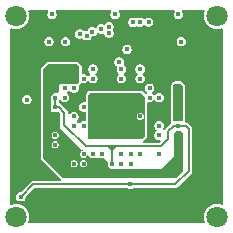
<source format=gbr>
%TF.GenerationSoftware,KiCad,Pcbnew,9.0.2*%
%TF.CreationDate,2025-10-20T10:27:04+08:00*%
%TF.ProjectId,IMX415,494d5834-3135-42e6-9b69-6361645f7063,rev?*%
%TF.SameCoordinates,Original*%
%TF.FileFunction,Copper,L3,Inr*%
%TF.FilePolarity,Positive*%
%FSLAX46Y46*%
G04 Gerber Fmt 4.6, Leading zero omitted, Abs format (unit mm)*
G04 Created by KiCad (PCBNEW 9.0.2) date 2025-10-20 10:27:04*
%MOMM*%
%LPD*%
G01*
G04 APERTURE LIST*
%TA.AperFunction,ComponentPad*%
%ADD10C,1.800000*%
%TD*%
%TA.AperFunction,ViaPad*%
%ADD11C,0.400000*%
%TD*%
%TA.AperFunction,Conductor*%
%ADD12C,0.200000*%
%TD*%
%TA.AperFunction,Conductor*%
%ADD13C,0.156500*%
%TD*%
G04 APERTURE END LIST*
D10*
%TO.N,*%
%TO.C,J1*%
X154753700Y-101950271D03*
X154753700Y-118950271D03*
X171753700Y-101950271D03*
X171753700Y-118950271D03*
%TD*%
D11*
%TO.N,GND*%
X158928700Y-104125000D03*
X165960000Y-102460000D03*
%TO.N,VCC*%
X155230000Y-112880000D03*
X154810000Y-113270000D03*
X171250000Y-114640000D03*
X171160000Y-113990000D03*
X170780000Y-117160000D03*
X170780000Y-115260000D03*
X155140001Y-113969999D03*
X161500000Y-102500000D03*
X161000000Y-102500000D03*
X160500000Y-102500000D03*
X160000000Y-102500000D03*
X159500000Y-102500000D03*
X159000000Y-102500000D03*
%TO.N,/SCL*%
X160130000Y-103475000D03*
%TO.N,/XCLR*%
X161191200Y-103278800D03*
%TO.N,GND*%
X159653701Y-110450271D03*
X166853700Y-112050271D03*
%TO.N,/INCK*%
X155655000Y-109025000D03*
%TO.N,/SDA*%
X160725000Y-103620000D03*
%TO.N,AVDD*%
X161253700Y-109650271D03*
X161253701Y-108850272D03*
X165253700Y-112050271D03*
X165253700Y-111250271D03*
X165253700Y-109650271D03*
X161253700Y-110450271D03*
%TO.N,GND*%
X166853700Y-111250271D03*
X164130000Y-104770000D03*
X168478700Y-101815000D03*
X160453701Y-109650272D03*
X163470000Y-105850000D03*
X160453700Y-111250270D03*
X159653700Y-108050271D03*
X161253700Y-113650271D03*
X163128700Y-101815000D03*
X166853700Y-108850271D03*
X166853700Y-113650271D03*
X157778700Y-101815000D03*
X160453700Y-107250271D03*
X161930000Y-103030000D03*
X158853700Y-108850271D03*
X165253701Y-110450271D03*
X166053700Y-108850271D03*
X158053700Y-112050271D03*
X160453700Y-113650271D03*
X159653700Y-111250271D03*
X162053700Y-113650271D03*
X168728700Y-104114999D03*
X166053700Y-108050271D03*
X157528700Y-104114999D03*
X158853700Y-108050271D03*
%TO.N,OVDD*%
X162853700Y-114450271D03*
X158053700Y-108850271D03*
X158053701Y-109650271D03*
X168453700Y-111250271D03*
X155150000Y-117250000D03*
X164430000Y-116209999D03*
%TO.N,DVDD*%
X168453700Y-109650271D03*
X158053700Y-111250271D03*
X158053700Y-108050271D03*
X168453700Y-108050271D03*
X168453700Y-112050271D03*
X168453700Y-108850271D03*
X158053700Y-110450271D03*
X168453700Y-112850271D03*
X168453700Y-110450271D03*
X159653700Y-106450272D03*
X162053700Y-114450271D03*
%TO.N,Net-(U1A-VRLRS)*%
X159653700Y-114450272D03*
%TO.N,Net-(U1A-VRHT)*%
X158053700Y-112850271D03*
%TO.N,Net-(U1A-VRLT)*%
X160453700Y-114450271D03*
%TO.N,/SDA*%
X164453700Y-114450271D03*
%TO.N,/SCL*%
X165253700Y-113650271D03*
%TO.N,/DMO2N*%
X165253700Y-107250271D03*
%TO.N,/DMO3P*%
X161253700Y-107250271D03*
%TO.N,/DCKP*%
X163653700Y-107250272D03*
%TO.N,/DCKN*%
X163653701Y-106450272D03*
%TO.N,/DMO3N*%
X161253700Y-106450270D03*
%TO.N,GND*%
X163653700Y-113650271D03*
%TO.N,/DMO1N*%
X162610000Y-103395000D03*
%TO.N,/DMO4N*%
X164653700Y-102477645D03*
%TO.N,/DMO4P*%
X165203700Y-102477645D03*
%TO.N,/DMO1P*%
X162610000Y-102845000D03*
%TO.N,/XCLR*%
X163653700Y-114450271D03*
%TO.N,/DMO2P*%
X165253700Y-106450270D03*
%TO.N,GND*%
X164453700Y-113650271D03*
%TD*%
D12*
%TO.N,OVDD*%
X160680000Y-112990000D02*
X162510000Y-112990000D01*
X162510000Y-112990000D02*
X162830000Y-112990000D01*
X162830000Y-112990000D02*
X163180000Y-112990000D01*
X162853700Y-113333700D02*
X162853700Y-113316300D01*
X158360271Y-109650271D02*
X158840000Y-110130000D01*
X168089729Y-111250271D02*
X168453700Y-111250271D01*
X168210001Y-116209999D02*
X164430000Y-116209999D01*
X162853700Y-113316300D02*
X162853700Y-113013700D01*
X167620000Y-111720000D02*
X168089729Y-111250271D01*
D13*
X156190001Y-116209999D02*
X155150000Y-117250000D01*
D12*
X162853700Y-113316300D02*
X163180000Y-112990000D01*
X167620000Y-112390000D02*
X167620000Y-111720000D01*
X162853700Y-114450271D02*
X162853700Y-113333700D01*
X158840000Y-111150000D02*
X160680000Y-112990000D01*
D13*
X164430000Y-116209999D02*
X156190001Y-116209999D01*
D12*
X169370000Y-115050000D02*
X168210001Y-116209999D01*
X167020000Y-112990000D02*
X167620000Y-112390000D01*
X158840000Y-110130000D02*
X158840000Y-111150000D01*
X163180000Y-112990000D02*
X167020000Y-112990000D01*
X169110271Y-111250271D02*
X169370000Y-111510000D01*
X162510000Y-112990000D02*
X162853700Y-113333700D01*
X168453700Y-111250271D02*
X169110271Y-111250271D01*
X158053701Y-109650271D02*
X158360271Y-109650271D01*
X158053700Y-108850271D02*
X158053701Y-109650271D01*
X162853700Y-113013700D02*
X162830000Y-112990000D01*
X169370000Y-111510000D02*
X169370000Y-115050000D01*
%TD*%
%TA.AperFunction,Conductor*%
%TO.N,DVDD*%
G36*
X168651674Y-107691674D02*
G01*
X168858326Y-107898326D01*
X168880000Y-107950652D01*
X168880000Y-110719348D01*
X168858326Y-110771674D01*
X168801674Y-110828326D01*
X168749348Y-110850000D01*
X168114000Y-110850000D01*
X168061674Y-110828326D01*
X168040000Y-110776000D01*
X168040000Y-107880652D01*
X168061674Y-107828326D01*
X168198326Y-107691674D01*
X168250652Y-107670000D01*
X168599348Y-107670000D01*
X168651674Y-107691674D01*
G37*
%TD.AperFunction*%
%TD*%
%TA.AperFunction,Conductor*%
%TO.N,AVDD*%
G36*
X165334352Y-108484352D02*
G01*
X165645648Y-108795648D01*
X165660000Y-108830296D01*
X165660000Y-112069704D01*
X165645648Y-112104352D01*
X165364352Y-112385648D01*
X165329704Y-112400000D01*
X160990296Y-112400000D01*
X160955648Y-112385648D01*
X160874352Y-112304352D01*
X160860000Y-112269704D01*
X160860000Y-110410707D01*
X164953201Y-110410707D01*
X164953201Y-110489834D01*
X164973680Y-110566260D01*
X164973680Y-110566262D01*
X165013241Y-110634782D01*
X165069190Y-110690731D01*
X165137712Y-110730292D01*
X165173179Y-110739795D01*
X165214137Y-110750771D01*
X165214139Y-110750771D01*
X165293265Y-110750771D01*
X165319931Y-110743625D01*
X165369690Y-110730292D01*
X165438212Y-110690731D01*
X165494161Y-110634782D01*
X165533722Y-110566260D01*
X165554201Y-110489833D01*
X165554201Y-110410709D01*
X165554201Y-110410707D01*
X165545544Y-110378405D01*
X165533722Y-110334282D01*
X165533721Y-110334280D01*
X165533721Y-110334279D01*
X165494160Y-110265759D01*
X165438212Y-110209811D01*
X165369691Y-110170250D01*
X165293265Y-110149771D01*
X165293263Y-110149771D01*
X165214139Y-110149771D01*
X165214137Y-110149771D01*
X165137711Y-110170250D01*
X165137709Y-110170250D01*
X165069189Y-110209811D01*
X165069189Y-110209812D01*
X165013242Y-110265759D01*
X165013241Y-110265759D01*
X164973680Y-110334279D01*
X164973680Y-110334281D01*
X164953201Y-110410707D01*
X160860000Y-110410707D01*
X160860000Y-108660296D01*
X160874352Y-108625648D01*
X161015648Y-108484352D01*
X161050296Y-108470000D01*
X165299704Y-108470000D01*
X165334352Y-108484352D01*
G37*
%TD.AperFunction*%
%TD*%
%TA.AperFunction,Conductor*%
%TO.N,DVDD*%
G36*
X159871674Y-106031674D02*
G01*
X160078326Y-106238326D01*
X160100000Y-106290652D01*
X160100000Y-107489348D01*
X160078326Y-107541674D01*
X159951674Y-107668326D01*
X159899348Y-107690000D01*
X158450000Y-107690000D01*
X158360000Y-107780000D01*
X158360000Y-108239348D01*
X158347304Y-108270000D01*
X157490000Y-108270000D01*
X157040000Y-107820000D01*
X157040000Y-106450652D01*
X157061674Y-106398326D01*
X157428326Y-106031674D01*
X157480652Y-106010000D01*
X159819348Y-106010000D01*
X159871674Y-106031674D01*
G37*
%TD.AperFunction*%
%TD*%
%TA.AperFunction,Conductor*%
%TO.N,DVDD*%
G36*
X158360000Y-107780000D02*
G01*
X158360000Y-108239348D01*
X158338326Y-108291674D01*
X158201674Y-108428326D01*
X158149348Y-108450000D01*
X157920000Y-108450000D01*
X157690000Y-108680000D01*
X157690000Y-110190000D01*
X157040000Y-110190000D01*
X157040000Y-107820000D01*
X157250000Y-107610000D01*
X158190000Y-107610000D01*
X158360000Y-107780000D01*
G37*
%TD.AperFunction*%
%TD*%
%TA.AperFunction,Conductor*%
%TO.N,DVDD*%
G36*
X158384352Y-110064352D02*
G01*
X158445648Y-110125648D01*
X158460000Y-110160296D01*
X158460000Y-111390000D01*
X160358568Y-113288568D01*
X160372920Y-113323216D01*
X160358568Y-113357864D01*
X160340401Y-113368358D01*
X160340676Y-113369022D01*
X160337708Y-113370250D01*
X160269188Y-113409811D01*
X160269188Y-113409812D01*
X160213241Y-113465759D01*
X160213240Y-113465759D01*
X160173679Y-113534279D01*
X160173679Y-113534281D01*
X160153200Y-113610707D01*
X160153200Y-113689834D01*
X160173679Y-113766260D01*
X160173679Y-113766262D01*
X160213240Y-113834782D01*
X160269189Y-113890731D01*
X160337711Y-113930292D01*
X160373178Y-113939795D01*
X160414136Y-113950771D01*
X160414138Y-113950771D01*
X160493264Y-113950771D01*
X160519930Y-113943625D01*
X160569689Y-113930292D01*
X160638211Y-113890731D01*
X160694160Y-113834782D01*
X160733721Y-113766260D01*
X160733721Y-113766258D01*
X160734949Y-113763295D01*
X160736164Y-113763798D01*
X160756248Y-113737618D01*
X160793430Y-113732718D01*
X160815402Y-113745402D01*
X161080000Y-114010000D01*
X162199704Y-114010000D01*
X162234352Y-114024352D01*
X162475648Y-114265648D01*
X162490000Y-114300296D01*
X162490000Y-114670000D01*
X162690000Y-114870000D01*
X167009999Y-114870000D01*
X167010000Y-114870000D01*
X168080000Y-113800000D01*
X168080000Y-111900296D01*
X168094352Y-111865648D01*
X168225648Y-111734352D01*
X168260296Y-111720000D01*
X168679704Y-111720000D01*
X168714352Y-111734352D01*
X168845648Y-111865648D01*
X168860000Y-111900296D01*
X168860000Y-115019704D01*
X168845648Y-115054352D01*
X168274352Y-115625648D01*
X168239704Y-115640000D01*
X158720296Y-115640000D01*
X158685648Y-115625648D01*
X157470708Y-114410708D01*
X159353200Y-114410708D01*
X159353200Y-114489835D01*
X159373679Y-114566261D01*
X159373679Y-114566263D01*
X159413239Y-114634782D01*
X159413240Y-114634783D01*
X159469189Y-114690732D01*
X159519349Y-114719692D01*
X159537707Y-114730291D01*
X159537711Y-114730293D01*
X159573178Y-114739796D01*
X159614136Y-114750772D01*
X159614138Y-114750772D01*
X159693264Y-114750772D01*
X159719930Y-114743626D01*
X159769689Y-114730293D01*
X159769693Y-114730291D01*
X159778870Y-114724992D01*
X159838211Y-114690732D01*
X159894160Y-114634783D01*
X159933721Y-114566261D01*
X159954200Y-114489834D01*
X159954200Y-114410710D01*
X159954200Y-114410709D01*
X159954200Y-114410708D01*
X159954200Y-114410707D01*
X160153200Y-114410707D01*
X160153200Y-114489834D01*
X160173679Y-114566260D01*
X160173679Y-114566262D01*
X160213240Y-114634782D01*
X160269189Y-114690731D01*
X160337711Y-114730292D01*
X160373178Y-114739795D01*
X160414136Y-114750771D01*
X160414138Y-114750771D01*
X160493264Y-114750771D01*
X160519930Y-114743625D01*
X160569689Y-114730292D01*
X160638211Y-114690731D01*
X160694160Y-114634782D01*
X160733721Y-114566260D01*
X160749871Y-114505984D01*
X160754200Y-114489834D01*
X160754200Y-114410707D01*
X160733721Y-114334283D01*
X160733721Y-114334282D01*
X160733720Y-114334280D01*
X160733720Y-114334279D01*
X160708639Y-114290839D01*
X160694160Y-114265760D01*
X160638211Y-114209811D01*
X160569690Y-114170250D01*
X160493264Y-114149771D01*
X160493262Y-114149771D01*
X160414138Y-114149771D01*
X160414136Y-114149771D01*
X160337710Y-114170250D01*
X160337708Y-114170250D01*
X160269188Y-114209811D01*
X160269188Y-114209812D01*
X160213241Y-114265759D01*
X160213240Y-114265759D01*
X160173679Y-114334279D01*
X160173679Y-114334281D01*
X160153200Y-114410707D01*
X159954200Y-114410707D01*
X159945543Y-114378406D01*
X159933721Y-114334283D01*
X159933720Y-114334281D01*
X159933720Y-114334280D01*
X159894159Y-114265760D01*
X159838211Y-114209812D01*
X159769690Y-114170251D01*
X159693264Y-114149772D01*
X159693262Y-114149772D01*
X159614138Y-114149772D01*
X159614136Y-114149772D01*
X159537710Y-114170251D01*
X159537708Y-114170251D01*
X159469188Y-114209812D01*
X159469188Y-114209813D01*
X159413241Y-114265760D01*
X159413240Y-114265760D01*
X159373679Y-114334280D01*
X159373679Y-114334282D01*
X159353200Y-114410708D01*
X157470708Y-114410708D01*
X157054352Y-113994352D01*
X157040000Y-113959704D01*
X157040000Y-112810707D01*
X157753200Y-112810707D01*
X157753200Y-112889834D01*
X157773679Y-112966260D01*
X157773679Y-112966262D01*
X157813240Y-113034782D01*
X157869189Y-113090731D01*
X157937711Y-113130292D01*
X157973178Y-113139795D01*
X158014136Y-113150771D01*
X158014138Y-113150771D01*
X158093264Y-113150771D01*
X158119930Y-113143625D01*
X158169689Y-113130292D01*
X158238211Y-113090731D01*
X158294160Y-113034782D01*
X158333721Y-112966260D01*
X158354200Y-112889833D01*
X158354200Y-112810709D01*
X158354200Y-112810707D01*
X158345543Y-112778405D01*
X158333721Y-112734282D01*
X158333720Y-112734280D01*
X158333720Y-112734279D01*
X158294159Y-112665759D01*
X158238211Y-112609811D01*
X158169690Y-112570250D01*
X158093264Y-112549771D01*
X158093262Y-112549771D01*
X158014138Y-112549771D01*
X158014136Y-112549771D01*
X157937710Y-112570250D01*
X157937708Y-112570250D01*
X157869188Y-112609811D01*
X157869188Y-112609812D01*
X157813241Y-112665759D01*
X157813240Y-112665759D01*
X157773679Y-112734279D01*
X157773679Y-112734281D01*
X157753200Y-112810707D01*
X157040000Y-112810707D01*
X157040000Y-112010707D01*
X157753200Y-112010707D01*
X157753200Y-112089834D01*
X157773679Y-112166260D01*
X157773679Y-112166262D01*
X157813240Y-112234782D01*
X157869189Y-112290731D01*
X157937711Y-112330292D01*
X157973178Y-112339795D01*
X158014136Y-112350771D01*
X158014138Y-112350771D01*
X158093264Y-112350771D01*
X158119930Y-112343625D01*
X158169689Y-112330292D01*
X158238211Y-112290731D01*
X158294160Y-112234782D01*
X158333721Y-112166260D01*
X158354200Y-112089833D01*
X158354200Y-112010709D01*
X158354200Y-112010707D01*
X158345543Y-111978405D01*
X158333721Y-111934282D01*
X158333720Y-111934280D01*
X158333720Y-111934279D01*
X158294159Y-111865759D01*
X158238211Y-111809811D01*
X158169690Y-111770250D01*
X158093264Y-111749771D01*
X158093262Y-111749771D01*
X158014138Y-111749771D01*
X158014136Y-111749771D01*
X157937710Y-111770250D01*
X157937708Y-111770250D01*
X157869188Y-111809811D01*
X157869188Y-111809812D01*
X157813241Y-111865759D01*
X157813240Y-111865759D01*
X157773679Y-111934279D01*
X157773679Y-111934281D01*
X157753200Y-112010707D01*
X157040000Y-112010707D01*
X157040000Y-110050000D01*
X157690000Y-110050000D01*
X158349704Y-110050000D01*
X158384352Y-110064352D01*
G37*
%TD.AperFunction*%
%TD*%
%TA.AperFunction,Conductor*%
%TO.N,VCC*%
G36*
X157431014Y-101438907D02*
G01*
X157466978Y-101488407D01*
X157466978Y-101549593D01*
X157458559Y-101568500D01*
X157405494Y-101660410D01*
X157405493Y-101660412D01*
X157405493Y-101660413D01*
X157378200Y-101762273D01*
X157378200Y-101867727D01*
X157400317Y-101950268D01*
X157405494Y-101969589D01*
X157405494Y-101969590D01*
X157444347Y-102036885D01*
X157458220Y-102060913D01*
X157532787Y-102135480D01*
X157624113Y-102188207D01*
X157725973Y-102215500D01*
X157725975Y-102215500D01*
X157831425Y-102215500D01*
X157831427Y-102215500D01*
X157933287Y-102188207D01*
X158024613Y-102135480D01*
X158099180Y-102060913D01*
X158151907Y-101969587D01*
X158179200Y-101867727D01*
X158179200Y-101762273D01*
X158151907Y-101660413D01*
X158099180Y-101569087D01*
X158099179Y-101569086D01*
X158098841Y-101568500D01*
X158086119Y-101508652D01*
X158111006Y-101452756D01*
X158163994Y-101422163D01*
X158184577Y-101420000D01*
X162722823Y-101420000D01*
X162781014Y-101438907D01*
X162816978Y-101488407D01*
X162816978Y-101549593D01*
X162808559Y-101568500D01*
X162755494Y-101660410D01*
X162755493Y-101660412D01*
X162755493Y-101660413D01*
X162728200Y-101762273D01*
X162728200Y-101867727D01*
X162750317Y-101950268D01*
X162755494Y-101969589D01*
X162755494Y-101969590D01*
X162794347Y-102036885D01*
X162808220Y-102060913D01*
X162882787Y-102135480D01*
X162974113Y-102188207D01*
X163075973Y-102215500D01*
X163075975Y-102215500D01*
X163181425Y-102215500D01*
X163181427Y-102215500D01*
X163283287Y-102188207D01*
X163374613Y-102135480D01*
X163449180Y-102060913D01*
X163501907Y-101969587D01*
X163529200Y-101867727D01*
X163529200Y-101762273D01*
X163501907Y-101660413D01*
X163449180Y-101569087D01*
X163449179Y-101569086D01*
X163448841Y-101568500D01*
X163436119Y-101508652D01*
X163461006Y-101452756D01*
X163513994Y-101422163D01*
X163534577Y-101420000D01*
X168072823Y-101420000D01*
X168131014Y-101438907D01*
X168166978Y-101488407D01*
X168166978Y-101549593D01*
X168158559Y-101568500D01*
X168105494Y-101660410D01*
X168105493Y-101660412D01*
X168105493Y-101660413D01*
X168078200Y-101762273D01*
X168078200Y-101867727D01*
X168100317Y-101950268D01*
X168105494Y-101969589D01*
X168105494Y-101969590D01*
X168144347Y-102036885D01*
X168158220Y-102060913D01*
X168232787Y-102135480D01*
X168324113Y-102188207D01*
X168425973Y-102215500D01*
X168425975Y-102215500D01*
X168531425Y-102215500D01*
X168531427Y-102215500D01*
X168633287Y-102188207D01*
X168724613Y-102135480D01*
X168799180Y-102060913D01*
X168851907Y-101969587D01*
X168879200Y-101867727D01*
X168879200Y-101762273D01*
X168851907Y-101660413D01*
X168799180Y-101569087D01*
X168799179Y-101569086D01*
X168798841Y-101568500D01*
X168786119Y-101508652D01*
X168811006Y-101452756D01*
X168863994Y-101422163D01*
X168884577Y-101420000D01*
X170632599Y-101420000D01*
X170690790Y-101438907D01*
X170726754Y-101488407D01*
X170726754Y-101549593D01*
X170680297Y-101692572D01*
X170653200Y-101863656D01*
X170653200Y-102036885D01*
X170680297Y-102207973D01*
X170680298Y-102207977D01*
X170733823Y-102372709D01*
X170733825Y-102372712D01*
X170805165Y-102512727D01*
X170812468Y-102527059D01*
X170914286Y-102667199D01*
X171036772Y-102789685D01*
X171176912Y-102891503D01*
X171331255Y-102970144D01*
X171331257Y-102970144D01*
X171331258Y-102970145D01*
X171331261Y-102970147D01*
X171495993Y-103023672D01*
X171495997Y-103023673D01*
X171667086Y-103050771D01*
X171667089Y-103050771D01*
X171840314Y-103050771D01*
X172011402Y-103023673D01*
X172011406Y-103023672D01*
X172150407Y-102978507D01*
X172211592Y-102978506D01*
X172261092Y-103014470D01*
X172280000Y-103072660D01*
X172280000Y-117827880D01*
X172261093Y-117886071D01*
X172211593Y-117922035D01*
X172150407Y-117922035D01*
X172011398Y-117876868D01*
X171840314Y-117849771D01*
X171840311Y-117849771D01*
X171667089Y-117849771D01*
X171667086Y-117849771D01*
X171495997Y-117876868D01*
X171495993Y-117876869D01*
X171331261Y-117930394D01*
X171331258Y-117930396D01*
X171176914Y-118009037D01*
X171036773Y-118110856D01*
X170914285Y-118233344D01*
X170812466Y-118373485D01*
X170733825Y-118527829D01*
X170733823Y-118527832D01*
X170680298Y-118692564D01*
X170680297Y-118692568D01*
X170653200Y-118863656D01*
X170653200Y-119036885D01*
X170680297Y-119207969D01*
X170726578Y-119350407D01*
X170726578Y-119411593D01*
X170690614Y-119461093D01*
X170632423Y-119480000D01*
X155874977Y-119480000D01*
X155816786Y-119461093D01*
X155780822Y-119411593D01*
X155780822Y-119350407D01*
X155824070Y-119217302D01*
X155827102Y-119207972D01*
X155854200Y-119036882D01*
X155854200Y-118863660D01*
X155854200Y-118863656D01*
X155827102Y-118692568D01*
X155827101Y-118692564D01*
X155773576Y-118527832D01*
X155773574Y-118527829D01*
X155773573Y-118527828D01*
X155773573Y-118527826D01*
X155694932Y-118373483D01*
X155593114Y-118233343D01*
X155470628Y-118110857D01*
X155330488Y-118009039D01*
X155330487Y-118009038D01*
X155330485Y-118009037D01*
X155176141Y-117930396D01*
X155176138Y-117930394D01*
X155011406Y-117876869D01*
X155011402Y-117876868D01*
X154840314Y-117849771D01*
X154840311Y-117849771D01*
X154667089Y-117849771D01*
X154667086Y-117849771D01*
X154496001Y-117876868D01*
X154359593Y-117921190D01*
X154298407Y-117921190D01*
X154248907Y-117885226D01*
X154230000Y-117827035D01*
X154230000Y-117197273D01*
X154749500Y-117197273D01*
X154749500Y-117302727D01*
X154776793Y-117404587D01*
X154776794Y-117404589D01*
X154776794Y-117404590D01*
X154829518Y-117495910D01*
X154829520Y-117495913D01*
X154904087Y-117570480D01*
X154995413Y-117623207D01*
X155097273Y-117650500D01*
X155097275Y-117650500D01*
X155202725Y-117650500D01*
X155202727Y-117650500D01*
X155304587Y-117623207D01*
X155395913Y-117570480D01*
X155470480Y-117495913D01*
X155523207Y-117404587D01*
X155550500Y-117302727D01*
X155550500Y-117284720D01*
X155569407Y-117226529D01*
X155579496Y-117214716D01*
X156276467Y-116517745D01*
X156330984Y-116489968D01*
X156346471Y-116488749D01*
X164101350Y-116488749D01*
X164159541Y-116507656D01*
X164171347Y-116517739D01*
X164184087Y-116530479D01*
X164275413Y-116583206D01*
X164377273Y-116610499D01*
X164377275Y-116610499D01*
X164482725Y-116610499D01*
X164482727Y-116610499D01*
X164584587Y-116583206D01*
X164675913Y-116530479D01*
X164675912Y-116530479D01*
X164681532Y-116527235D01*
X164682256Y-116528489D01*
X164732968Y-116510533D01*
X164735557Y-116510499D01*
X168249564Y-116510499D01*
X168249564Y-116510498D01*
X168325990Y-116490020D01*
X168394512Y-116450459D01*
X168450461Y-116394510D01*
X169610460Y-115234511D01*
X169630580Y-115199662D01*
X169650021Y-115165989D01*
X169670500Y-115089562D01*
X169670500Y-111470438D01*
X169650021Y-111394011D01*
X169610460Y-111325489D01*
X169587967Y-111302996D01*
X169554512Y-111269540D01*
X169294785Y-111009814D01*
X169294782Y-111009811D01*
X169285335Y-111004357D01*
X169226260Y-110970250D01*
X169149833Y-110949771D01*
X169137082Y-110949771D01*
X169120178Y-110943388D01*
X169109712Y-110935007D01*
X169096960Y-110930864D01*
X169086416Y-110916351D01*
X169072419Y-110905143D01*
X169068878Y-110892213D01*
X169060996Y-110881364D01*
X169060996Y-110863425D01*
X169056260Y-110846130D01*
X169060996Y-110833587D01*
X169060996Y-110820178D01*
X169063686Y-110812888D01*
X169066818Y-110805326D01*
X169069857Y-110797989D01*
X169085500Y-110719348D01*
X169085500Y-107950652D01*
X169069857Y-107872011D01*
X169050962Y-107826393D01*
X169048184Y-107819687D01*
X169044141Y-107813636D01*
X169003636Y-107753016D01*
X168796984Y-107546364D01*
X168730315Y-107501817D01*
X168730314Y-107501816D01*
X168730312Y-107501815D01*
X168677990Y-107480143D01*
X168599348Y-107464500D01*
X168250652Y-107464500D01*
X168250651Y-107464500D01*
X168172009Y-107480143D01*
X168119687Y-107501815D01*
X168053016Y-107546364D01*
X168053012Y-107546367D01*
X167916367Y-107683012D01*
X167916364Y-107683016D01*
X167871815Y-107749687D01*
X167850143Y-107802009D01*
X167834500Y-107880651D01*
X167834500Y-110776000D01*
X167850143Y-110854642D01*
X167871816Y-110906965D01*
X167871818Y-110906969D01*
X167882387Y-110923790D01*
X167897337Y-110983121D01*
X167874557Y-111039908D01*
X167868565Y-111046464D01*
X167435489Y-111479540D01*
X167435488Y-111479539D01*
X167379535Y-111535493D01*
X167377914Y-111537606D01*
X167376344Y-111538684D01*
X167374952Y-111540077D01*
X167374693Y-111539818D01*
X167327486Y-111572256D01*
X167266322Y-111570648D01*
X167217784Y-111533395D01*
X167200413Y-111474728D01*
X167213642Y-111427833D01*
X167226907Y-111404858D01*
X167254200Y-111302998D01*
X167254200Y-111197544D01*
X167226907Y-111095684D01*
X167208279Y-111063420D01*
X167174181Y-111004360D01*
X167174180Y-111004358D01*
X167099613Y-110929791D01*
X167076334Y-110916351D01*
X167008289Y-110877065D01*
X167008288Y-110877064D01*
X167008287Y-110877064D01*
X166906427Y-110849771D01*
X166800973Y-110849771D01*
X166699113Y-110877064D01*
X166699112Y-110877064D01*
X166699110Y-110877065D01*
X166699109Y-110877065D01*
X166607789Y-110929789D01*
X166533218Y-111004360D01*
X166480494Y-111095680D01*
X166480494Y-111095681D01*
X166480493Y-111095683D01*
X166480493Y-111095684D01*
X166453200Y-111197544D01*
X166453200Y-111302998D01*
X166477586Y-111394007D01*
X166480494Y-111404860D01*
X166480494Y-111404861D01*
X166533217Y-111496179D01*
X166533220Y-111496184D01*
X166607787Y-111570751D01*
X166607789Y-111570752D01*
X166607790Y-111570753D01*
X166609063Y-111571730D01*
X166609713Y-111572676D01*
X166612376Y-111575339D01*
X166611882Y-111575832D01*
X166643718Y-111622156D01*
X166642115Y-111683320D01*
X166611975Y-111724802D01*
X166612376Y-111725203D01*
X166609849Y-111727729D01*
X166609063Y-111728812D01*
X166607790Y-111729788D01*
X166533218Y-111804360D01*
X166480494Y-111895680D01*
X166480494Y-111895681D01*
X166480493Y-111895683D01*
X166480493Y-111895684D01*
X166453200Y-111997544D01*
X166453200Y-112102998D01*
X166474635Y-112182995D01*
X166480494Y-112204860D01*
X166480494Y-112204861D01*
X166527593Y-112286438D01*
X166533220Y-112296184D01*
X166607787Y-112370751D01*
X166699113Y-112423478D01*
X166800973Y-112450771D01*
X166800975Y-112450771D01*
X166895250Y-112450771D01*
X166917297Y-112457934D01*
X166940195Y-112461561D01*
X166945843Y-112467209D01*
X166953441Y-112469678D01*
X166967068Y-112488434D01*
X166983460Y-112504826D01*
X166984709Y-112512715D01*
X166989405Y-112519178D01*
X166989405Y-112542363D01*
X166993031Y-112565258D01*
X166989405Y-112572374D01*
X166989405Y-112580364D01*
X166965254Y-112619775D01*
X166924525Y-112660504D01*
X166870008Y-112688281D01*
X166854521Y-112689500D01*
X165590127Y-112689500D01*
X165531936Y-112670593D01*
X165495972Y-112621093D01*
X165495972Y-112559907D01*
X165520121Y-112520498D01*
X165790958Y-112249662D01*
X165820896Y-112204858D01*
X165835499Y-112183005D01*
X165835501Y-112183000D01*
X165835505Y-112182995D01*
X165849857Y-112148347D01*
X165865500Y-112069704D01*
X165865500Y-109343490D01*
X165884407Y-109285299D01*
X165933907Y-109249335D01*
X165990124Y-109247864D01*
X166000973Y-109250771D01*
X166000974Y-109250771D01*
X166106425Y-109250771D01*
X166106427Y-109250771D01*
X166208287Y-109223478D01*
X166299613Y-109170751D01*
X166374180Y-109096184D01*
X166374183Y-109096178D01*
X166375155Y-109094913D01*
X166376098Y-109094264D01*
X166378768Y-109091595D01*
X166379262Y-109092089D01*
X166425577Y-109060254D01*
X166486742Y-109061853D01*
X166528230Y-109091996D01*
X166528632Y-109091595D01*
X166531166Y-109094129D01*
X166532245Y-109094913D01*
X166533217Y-109096180D01*
X166533218Y-109096181D01*
X166533220Y-109096184D01*
X166607787Y-109170751D01*
X166699113Y-109223478D01*
X166800973Y-109250771D01*
X166800975Y-109250771D01*
X166906425Y-109250771D01*
X166906427Y-109250771D01*
X167008287Y-109223478D01*
X167099613Y-109170751D01*
X167174180Y-109096184D01*
X167226907Y-109004858D01*
X167254200Y-108902998D01*
X167254200Y-108797544D01*
X167226907Y-108695684D01*
X167174180Y-108604358D01*
X167099613Y-108529791D01*
X167097924Y-108528816D01*
X167008289Y-108477065D01*
X167008288Y-108477064D01*
X167008287Y-108477064D01*
X166906427Y-108449771D01*
X166800973Y-108449771D01*
X166699113Y-108477064D01*
X166699112Y-108477064D01*
X166699110Y-108477065D01*
X166699109Y-108477065D01*
X166607789Y-108529789D01*
X166533217Y-108604361D01*
X166532241Y-108605634D01*
X166531294Y-108606284D01*
X166528632Y-108608947D01*
X166528138Y-108608453D01*
X166514159Y-108618060D01*
X166498646Y-108633574D01*
X166489471Y-108635027D01*
X166481815Y-108640289D01*
X166459880Y-108639714D01*
X166438214Y-108643146D01*
X166431180Y-108638961D01*
X166420651Y-108638686D01*
X166383697Y-108615369D01*
X166376220Y-108607893D01*
X166374180Y-108604358D01*
X166299613Y-108529791D01*
X166296075Y-108527748D01*
X166288602Y-108520275D01*
X166277516Y-108498518D01*
X166263683Y-108478394D01*
X166263857Y-108471712D01*
X166260824Y-108465759D01*
X166264643Y-108441639D01*
X166265282Y-108417229D01*
X166269409Y-108411547D01*
X166270395Y-108405326D01*
X166283322Y-108392398D01*
X166295425Y-108375740D01*
X166295024Y-108375339D01*
X166297558Y-108372804D01*
X166298342Y-108371726D01*
X166299607Y-108370754D01*
X166299613Y-108370751D01*
X166374180Y-108296184D01*
X166426907Y-108204858D01*
X166454200Y-108102998D01*
X166454200Y-107997544D01*
X166426907Y-107895684D01*
X166418228Y-107880652D01*
X166374181Y-107804360D01*
X166374180Y-107804358D01*
X166299613Y-107729791D01*
X166218589Y-107683012D01*
X166208289Y-107677065D01*
X166208288Y-107677064D01*
X166208287Y-107677064D01*
X166106427Y-107649771D01*
X166000973Y-107649771D01*
X165899113Y-107677064D01*
X165899112Y-107677064D01*
X165899110Y-107677065D01*
X165899109Y-107677065D01*
X165807789Y-107729789D01*
X165733218Y-107804360D01*
X165680494Y-107895680D01*
X165680494Y-107895681D01*
X165680493Y-107895683D01*
X165680493Y-107895684D01*
X165653200Y-107997544D01*
X165653200Y-108102998D01*
X165680493Y-108204858D01*
X165680494Y-108204860D01*
X165680494Y-108204861D01*
X165733218Y-108296181D01*
X165733220Y-108296184D01*
X165807787Y-108370751D01*
X165807789Y-108370752D01*
X165807790Y-108370753D01*
X165809063Y-108371730D01*
X165809713Y-108372676D01*
X165812376Y-108375339D01*
X165811882Y-108375832D01*
X165823724Y-108393063D01*
X165840439Y-108412826D01*
X165840816Y-108417933D01*
X165843718Y-108422156D01*
X165843039Y-108448036D01*
X165844946Y-108473845D01*
X165842255Y-108477966D01*
X165842115Y-108483320D01*
X165812727Y-108525860D01*
X165808707Y-108529259D01*
X165807787Y-108529791D01*
X165806183Y-108531394D01*
X165803032Y-108534060D01*
X165778337Y-108544149D01*
X165754571Y-108556255D01*
X165750348Y-108555585D01*
X165746392Y-108557202D01*
X165720488Y-108550851D01*
X165694140Y-108546674D01*
X165689400Y-108543229D01*
X165686966Y-108542633D01*
X165684393Y-108539591D01*
X165669096Y-108528475D01*
X165479660Y-108339040D01*
X165413005Y-108294500D01*
X165412989Y-108294492D01*
X165378355Y-108280145D01*
X165378344Y-108280142D01*
X165299706Y-108264500D01*
X165299704Y-108264500D01*
X161050296Y-108264500D01*
X161050293Y-108264500D01*
X160971655Y-108280142D01*
X160971644Y-108280145D01*
X160937010Y-108294492D01*
X160936994Y-108294500D01*
X160870342Y-108339038D01*
X160729038Y-108480342D01*
X160684500Y-108546994D01*
X160684492Y-108547010D01*
X160670145Y-108581644D01*
X160670142Y-108581655D01*
X160654500Y-108660293D01*
X160654500Y-109160428D01*
X160635593Y-109218619D01*
X160586093Y-109254583D01*
X160529879Y-109256055D01*
X160506430Y-109249772D01*
X160506428Y-109249772D01*
X160400974Y-109249772D01*
X160299114Y-109277065D01*
X160299113Y-109277065D01*
X160299111Y-109277066D01*
X160299110Y-109277066D01*
X160207790Y-109329790D01*
X160133219Y-109404361D01*
X160080495Y-109495681D01*
X160080495Y-109495682D01*
X160080494Y-109495684D01*
X160080494Y-109495685D01*
X160053201Y-109597545D01*
X160053201Y-109702999D01*
X160080494Y-109804859D01*
X160080495Y-109804861D01*
X160080495Y-109804862D01*
X160133219Y-109896182D01*
X160133221Y-109896185D01*
X160207788Y-109970752D01*
X160299114Y-110023479D01*
X160400974Y-110050772D01*
X160400976Y-110050772D01*
X160506427Y-110050772D01*
X160506428Y-110050772D01*
X160529876Y-110044489D01*
X160590977Y-110047690D01*
X160638528Y-110086195D01*
X160654500Y-110140115D01*
X160654500Y-110760426D01*
X160635593Y-110818617D01*
X160586093Y-110854581D01*
X160529880Y-110856053D01*
X160506431Y-110849770D01*
X160506427Y-110849770D01*
X160400973Y-110849770D01*
X160299113Y-110877063D01*
X160299112Y-110877063D01*
X160299110Y-110877064D01*
X160299109Y-110877064D01*
X160207789Y-110929788D01*
X160133214Y-111004363D01*
X160132238Y-111005636D01*
X160131291Y-111006286D01*
X160128632Y-111008946D01*
X160128138Y-111008452D01*
X160114159Y-111018059D01*
X160098644Y-111033575D01*
X160089467Y-111035028D01*
X160081812Y-111040289D01*
X160059882Y-111039713D01*
X160038212Y-111043146D01*
X160031178Y-111038961D01*
X160020648Y-111038685D01*
X159983695Y-111015369D01*
X159976223Y-111007897D01*
X159974180Y-111004358D01*
X159899613Y-110929791D01*
X159896073Y-110927747D01*
X159888601Y-110920275D01*
X159877514Y-110898516D01*
X159863683Y-110878394D01*
X159863857Y-110871712D01*
X159860824Y-110865758D01*
X159864643Y-110841639D01*
X159865282Y-110817229D01*
X159869409Y-110811548D01*
X159870395Y-110805326D01*
X159883327Y-110792393D01*
X159895427Y-110775741D01*
X159895025Y-110775339D01*
X159897564Y-110772799D01*
X159898348Y-110771721D01*
X159899603Y-110770757D01*
X159899614Y-110770751D01*
X159974181Y-110696184D01*
X160026908Y-110604858D01*
X160054201Y-110502998D01*
X160054201Y-110397544D01*
X160026908Y-110295684D01*
X159974181Y-110204358D01*
X159899614Y-110129791D01*
X159831452Y-110090438D01*
X159808290Y-110077065D01*
X159808289Y-110077064D01*
X159808288Y-110077064D01*
X159706428Y-110049771D01*
X159600974Y-110049771D01*
X159499114Y-110077064D01*
X159499113Y-110077064D01*
X159499111Y-110077065D01*
X159499110Y-110077065D01*
X159407790Y-110129789D01*
X159333219Y-110204360D01*
X159325236Y-110218188D01*
X159279767Y-110259129D01*
X159218916Y-110265525D01*
X159165928Y-110234932D01*
X159141042Y-110179036D01*
X159140500Y-110168688D01*
X159140500Y-110090437D01*
X159140499Y-110090435D01*
X159136916Y-110077065D01*
X159120021Y-110014011D01*
X159080460Y-109945489D01*
X159024512Y-109889540D01*
X158544781Y-109409810D01*
X158530069Y-109401316D01*
X158530065Y-109401314D01*
X158524683Y-109398207D01*
X158476260Y-109370250D01*
X158421047Y-109355455D01*
X158414813Y-109352833D01*
X158396526Y-109337040D01*
X158376262Y-109323880D01*
X158373769Y-109317386D01*
X158368506Y-109312841D01*
X158362993Y-109289313D01*
X158354336Y-109266758D01*
X158354200Y-109261601D01*
X158354200Y-109155827D01*
X158373107Y-109097637D01*
X158374641Y-109095583D01*
X158375141Y-109094931D01*
X158425555Y-109060261D01*
X158486720Y-109061845D01*
X158528230Y-109091996D01*
X158528632Y-109091595D01*
X158531166Y-109094129D01*
X158532245Y-109094913D01*
X158533217Y-109096180D01*
X158533218Y-109096181D01*
X158533220Y-109096184D01*
X158607787Y-109170751D01*
X158699113Y-109223478D01*
X158800973Y-109250771D01*
X158800975Y-109250771D01*
X158906425Y-109250771D01*
X158906427Y-109250771D01*
X159008287Y-109223478D01*
X159099613Y-109170751D01*
X159174180Y-109096184D01*
X159226907Y-109004858D01*
X159254200Y-108902998D01*
X159254200Y-108797544D01*
X159226907Y-108695684D01*
X159174180Y-108604358D01*
X159099613Y-108529791D01*
X159099610Y-108529789D01*
X159099609Y-108529788D01*
X159098342Y-108528816D01*
X159097693Y-108527872D01*
X159095024Y-108525203D01*
X159095518Y-108524708D01*
X159085912Y-108510733D01*
X159070395Y-108495216D01*
X159068942Y-108486045D01*
X159063683Y-108478394D01*
X159064256Y-108456456D01*
X159060824Y-108434784D01*
X159065006Y-108427753D01*
X159065282Y-108417229D01*
X159088601Y-108380267D01*
X159096073Y-108372794D01*
X159099613Y-108370751D01*
X159174180Y-108296184D01*
X159176223Y-108292644D01*
X159183696Y-108285172D01*
X159205454Y-108274085D01*
X159225577Y-108260254D01*
X159232258Y-108260428D01*
X159238213Y-108257395D01*
X159262331Y-108261214D01*
X159286742Y-108261853D01*
X159292423Y-108265980D01*
X159298645Y-108266966D01*
X159311572Y-108279893D01*
X159328230Y-108291996D01*
X159328632Y-108291595D01*
X159331166Y-108294129D01*
X159332245Y-108294913D01*
X159333217Y-108296180D01*
X159333218Y-108296181D01*
X159333220Y-108296184D01*
X159407787Y-108370751D01*
X159499113Y-108423478D01*
X159600973Y-108450771D01*
X159600975Y-108450771D01*
X159706425Y-108450771D01*
X159706427Y-108450771D01*
X159808287Y-108423478D01*
X159899613Y-108370751D01*
X159974180Y-108296184D01*
X160026907Y-108204858D01*
X160054200Y-108102998D01*
X160054200Y-107997544D01*
X160037262Y-107934330D01*
X160040464Y-107873232D01*
X160077885Y-107826397D01*
X160096984Y-107813636D01*
X160223636Y-107686984D01*
X160231673Y-107674954D01*
X160279720Y-107637076D01*
X160339610Y-107634329D01*
X160400973Y-107650771D01*
X160400975Y-107650771D01*
X160506425Y-107650771D01*
X160506427Y-107650771D01*
X160608287Y-107623478D01*
X160699613Y-107570751D01*
X160774180Y-107496184D01*
X160774183Y-107496178D01*
X160775155Y-107494913D01*
X160776098Y-107494264D01*
X160778768Y-107491595D01*
X160779262Y-107492089D01*
X160825577Y-107460254D01*
X160886742Y-107461853D01*
X160928230Y-107491996D01*
X160928632Y-107491595D01*
X160931166Y-107494129D01*
X160932245Y-107494913D01*
X160933217Y-107496180D01*
X160933218Y-107496181D01*
X160933220Y-107496184D01*
X161007787Y-107570751D01*
X161099113Y-107623478D01*
X161200973Y-107650771D01*
X161200975Y-107650771D01*
X161306425Y-107650771D01*
X161306427Y-107650771D01*
X161408287Y-107623478D01*
X161499613Y-107570751D01*
X161574180Y-107496184D01*
X161626907Y-107404858D01*
X161654200Y-107302998D01*
X161654200Y-107197544D01*
X161626907Y-107095684D01*
X161574180Y-107004358D01*
X161499613Y-106929791D01*
X161499610Y-106929789D01*
X161498339Y-106928814D01*
X161497688Y-106927867D01*
X161495024Y-106925203D01*
X161495517Y-106924709D01*
X161463682Y-106878390D01*
X161465281Y-106817226D01*
X161495425Y-106775739D01*
X161495024Y-106775338D01*
X161497562Y-106772799D01*
X161498347Y-106771720D01*
X161499602Y-106770756D01*
X161499613Y-106770750D01*
X161574180Y-106696183D01*
X161626907Y-106604857D01*
X161654200Y-106502997D01*
X161654200Y-106397543D01*
X161626907Y-106295683D01*
X161624002Y-106290652D01*
X161574181Y-106204359D01*
X161574180Y-106204357D01*
X161499613Y-106129790D01*
X161440936Y-106095913D01*
X161408289Y-106077064D01*
X161408288Y-106077063D01*
X161408287Y-106077063D01*
X161306427Y-106049770D01*
X161200973Y-106049770D01*
X161099113Y-106077063D01*
X161099112Y-106077063D01*
X161099110Y-106077064D01*
X161099109Y-106077064D01*
X161007789Y-106129788D01*
X160933218Y-106204359D01*
X160880494Y-106295679D01*
X160880494Y-106295680D01*
X160880493Y-106295682D01*
X160880493Y-106295683D01*
X160853200Y-106397543D01*
X160853200Y-106502997D01*
X160853201Y-106502999D01*
X160880494Y-106604859D01*
X160880494Y-106604860D01*
X160933218Y-106696180D01*
X160933220Y-106696183D01*
X161007787Y-106770750D01*
X161007789Y-106770751D01*
X161007790Y-106770752D01*
X161009058Y-106771725D01*
X161009706Y-106772668D01*
X161012376Y-106775338D01*
X161011881Y-106775832D01*
X161021487Y-106789807D01*
X161037005Y-106805325D01*
X161038457Y-106814495D01*
X161043717Y-106822147D01*
X161043143Y-106844084D01*
X161046576Y-106865757D01*
X161042393Y-106872788D01*
X161042118Y-106883312D01*
X161018799Y-106920274D01*
X161011324Y-106927748D01*
X161007787Y-106929791D01*
X160933220Y-107004358D01*
X160931177Y-107007895D01*
X160923704Y-107015369D01*
X160901941Y-107026457D01*
X160881815Y-107040289D01*
X160875137Y-107040114D01*
X160869187Y-107043146D01*
X160845066Y-107039325D01*
X160820651Y-107038686D01*
X160814971Y-107034559D01*
X160808755Y-107033575D01*
X160795838Y-107020658D01*
X160779168Y-107008546D01*
X160778768Y-107008947D01*
X160776241Y-107006420D01*
X160775159Y-107005634D01*
X160774182Y-107004361D01*
X160774181Y-107004360D01*
X160774180Y-107004358D01*
X160699613Y-106929791D01*
X160699604Y-106929786D01*
X160608289Y-106877065D01*
X160608288Y-106877064D01*
X160608287Y-106877064D01*
X160506427Y-106849771D01*
X160404500Y-106849771D01*
X160346309Y-106830864D01*
X160310345Y-106781364D01*
X160305500Y-106750771D01*
X160305500Y-106290653D01*
X160305500Y-106290652D01*
X160289857Y-106212011D01*
X160275568Y-106177514D01*
X160268184Y-106159687D01*
X160268183Y-106159685D01*
X160223636Y-106093016D01*
X160016984Y-105886364D01*
X159950315Y-105841817D01*
X159950314Y-105841816D01*
X159950312Y-105841815D01*
X159897990Y-105820143D01*
X159819348Y-105804500D01*
X157480652Y-105804500D01*
X157480651Y-105804500D01*
X157402009Y-105820143D01*
X157349687Y-105841815D01*
X157283016Y-105886364D01*
X157283012Y-105886367D01*
X156916367Y-106253012D01*
X156916364Y-106253016D01*
X156871815Y-106319687D01*
X156850143Y-106372009D01*
X156834500Y-106450651D01*
X156834500Y-113959706D01*
X156850142Y-114038344D01*
X156850145Y-114038355D01*
X156864492Y-114072989D01*
X156864500Y-114073005D01*
X156909040Y-114139660D01*
X157207143Y-114437764D01*
X157207144Y-114437764D01*
X158531627Y-115762247D01*
X158559403Y-115816762D01*
X158549832Y-115877194D01*
X158506567Y-115920459D01*
X158461622Y-115931249D01*
X156153300Y-115931249D01*
X156082411Y-115950244D01*
X156082403Y-115950248D01*
X156018850Y-115986938D01*
X155185284Y-116820504D01*
X155130767Y-116848281D01*
X155115280Y-116849500D01*
X155097273Y-116849500D01*
X154995413Y-116876793D01*
X154995412Y-116876793D01*
X154995410Y-116876794D01*
X154995409Y-116876794D01*
X154904089Y-116929518D01*
X154829518Y-117004089D01*
X154776794Y-117095409D01*
X154776794Y-117095410D01*
X154776793Y-117095412D01*
X154776793Y-117095413D01*
X154749500Y-117197273D01*
X154230000Y-117197273D01*
X154230000Y-108972273D01*
X155254500Y-108972273D01*
X155254500Y-109077727D01*
X155279426Y-109170752D01*
X155281794Y-109179589D01*
X155281794Y-109179590D01*
X155329130Y-109261578D01*
X155334520Y-109270913D01*
X155409087Y-109345480D01*
X155500413Y-109398207D01*
X155602273Y-109425500D01*
X155602275Y-109425500D01*
X155707725Y-109425500D01*
X155707727Y-109425500D01*
X155809587Y-109398207D01*
X155900913Y-109345480D01*
X155975480Y-109270913D01*
X156028207Y-109179587D01*
X156055500Y-109077727D01*
X156055500Y-108972273D01*
X156028207Y-108870413D01*
X155975480Y-108779087D01*
X155900913Y-108704520D01*
X155885603Y-108695681D01*
X155809589Y-108651794D01*
X155809588Y-108651793D01*
X155809587Y-108651793D01*
X155707727Y-108624500D01*
X155602273Y-108624500D01*
X155500413Y-108651793D01*
X155500412Y-108651793D01*
X155500410Y-108651794D01*
X155500409Y-108651794D01*
X155409089Y-108704518D01*
X155334518Y-108779089D01*
X155281794Y-108870409D01*
X155281794Y-108870410D01*
X155281793Y-108870412D01*
X155281793Y-108870413D01*
X155254500Y-108972273D01*
X154230000Y-108972273D01*
X154230000Y-105797273D01*
X163069500Y-105797273D01*
X163069500Y-105902727D01*
X163096793Y-106004587D01*
X163096794Y-106004589D01*
X163096794Y-106004590D01*
X163147845Y-106093012D01*
X163149520Y-106095913D01*
X163224087Y-106170480D01*
X163236271Y-106177514D01*
X163277213Y-106222984D01*
X163283609Y-106283834D01*
X163281899Y-106289344D01*
X163282174Y-106289418D01*
X163280496Y-106295681D01*
X163280494Y-106295685D01*
X163253201Y-106397545D01*
X163253201Y-106502999D01*
X163280494Y-106604859D01*
X163280495Y-106604861D01*
X163280495Y-106604862D01*
X163333218Y-106696180D01*
X163333221Y-106696185D01*
X163407788Y-106770752D01*
X163407793Y-106770755D01*
X163409056Y-106771724D01*
X163409704Y-106772667D01*
X163412377Y-106775340D01*
X163411881Y-106775835D01*
X163443716Y-106822146D01*
X163442119Y-106883311D01*
X163411976Y-106924804D01*
X163412376Y-106925204D01*
X163409852Y-106927727D01*
X163409066Y-106928810D01*
X163407793Y-106929786D01*
X163333218Y-107004361D01*
X163280494Y-107095681D01*
X163280494Y-107095682D01*
X163280493Y-107095684D01*
X163280493Y-107095685D01*
X163253200Y-107197545D01*
X163253200Y-107302999D01*
X163253700Y-107304864D01*
X163280494Y-107404861D01*
X163280494Y-107404862D01*
X163333218Y-107496182D01*
X163333220Y-107496185D01*
X163407787Y-107570752D01*
X163499113Y-107623479D01*
X163600973Y-107650772D01*
X163600975Y-107650772D01*
X163706425Y-107650772D01*
X163706427Y-107650772D01*
X163808287Y-107623479D01*
X163899613Y-107570752D01*
X163974180Y-107496185D01*
X164026907Y-107404859D01*
X164054200Y-107302999D01*
X164054200Y-107197545D01*
X164026907Y-107095685D01*
X163974180Y-107004359D01*
X163899613Y-106929792D01*
X163899610Y-106929790D01*
X163899609Y-106929789D01*
X163898342Y-106928817D01*
X163897693Y-106927873D01*
X163895024Y-106925204D01*
X163895518Y-106924709D01*
X163863683Y-106878395D01*
X163865282Y-106817230D01*
X163895427Y-106775742D01*
X163895025Y-106775340D01*
X163897564Y-106772800D01*
X163898348Y-106771722D01*
X163899603Y-106770758D01*
X163899614Y-106770752D01*
X163974181Y-106696185D01*
X164026908Y-106604859D01*
X164054201Y-106502999D01*
X164054201Y-106397545D01*
X164054200Y-106397543D01*
X164853200Y-106397543D01*
X164853200Y-106502997D01*
X164853201Y-106502999D01*
X164880494Y-106604859D01*
X164880494Y-106604860D01*
X164933218Y-106696180D01*
X164933220Y-106696183D01*
X165007787Y-106770750D01*
X165007789Y-106770751D01*
X165007790Y-106770752D01*
X165009058Y-106771725D01*
X165009706Y-106772668D01*
X165012376Y-106775338D01*
X165011881Y-106775832D01*
X165043717Y-106822147D01*
X165042118Y-106883312D01*
X165011976Y-106924803D01*
X165012376Y-106925203D01*
X165009852Y-106927726D01*
X165009066Y-106928809D01*
X165007793Y-106929785D01*
X164933218Y-107004360D01*
X164880494Y-107095680D01*
X164880494Y-107095681D01*
X164880494Y-107095682D01*
X164880493Y-107095684D01*
X164853200Y-107197544D01*
X164853200Y-107302998D01*
X164880493Y-107404858D01*
X164880494Y-107404860D01*
X164880494Y-107404861D01*
X164933218Y-107496181D01*
X164933220Y-107496184D01*
X165007787Y-107570751D01*
X165099113Y-107623478D01*
X165200973Y-107650771D01*
X165200975Y-107650771D01*
X165306425Y-107650771D01*
X165306427Y-107650771D01*
X165408287Y-107623478D01*
X165499613Y-107570751D01*
X165574180Y-107496184D01*
X165626907Y-107404858D01*
X165654200Y-107302998D01*
X165654200Y-107197544D01*
X165626907Y-107095684D01*
X165574180Y-107004358D01*
X165499613Y-106929791D01*
X165499610Y-106929789D01*
X165498339Y-106928814D01*
X165497688Y-106927867D01*
X165495024Y-106925203D01*
X165495517Y-106924709D01*
X165463682Y-106878390D01*
X165465281Y-106817226D01*
X165495425Y-106775739D01*
X165495024Y-106775338D01*
X165497562Y-106772799D01*
X165498347Y-106771720D01*
X165499602Y-106770756D01*
X165499613Y-106770750D01*
X165574180Y-106696183D01*
X165626907Y-106604857D01*
X165654200Y-106502997D01*
X165654200Y-106397543D01*
X165626907Y-106295683D01*
X165624002Y-106290652D01*
X165574181Y-106204359D01*
X165574180Y-106204357D01*
X165499613Y-106129790D01*
X165440936Y-106095913D01*
X165408289Y-106077064D01*
X165408288Y-106077063D01*
X165408287Y-106077063D01*
X165306427Y-106049770D01*
X165200973Y-106049770D01*
X165099113Y-106077063D01*
X165099112Y-106077063D01*
X165099110Y-106077064D01*
X165099109Y-106077064D01*
X165007789Y-106129788D01*
X164933218Y-106204359D01*
X164880494Y-106295679D01*
X164880494Y-106295680D01*
X164880493Y-106295682D01*
X164880493Y-106295683D01*
X164853200Y-106397543D01*
X164054200Y-106397543D01*
X164026908Y-106295685D01*
X163974181Y-106204359D01*
X163899614Y-106129792D01*
X163887426Y-106122755D01*
X163846487Y-106077284D01*
X163840093Y-106016433D01*
X163841804Y-106010929D01*
X163841527Y-106010855D01*
X163843206Y-106004588D01*
X163843207Y-106004587D01*
X163870500Y-105902727D01*
X163870500Y-105797273D01*
X163843207Y-105695413D01*
X163790480Y-105604087D01*
X163715913Y-105529520D01*
X163624587Y-105476793D01*
X163522727Y-105449500D01*
X163417273Y-105449500D01*
X163315413Y-105476793D01*
X163315412Y-105476793D01*
X163315410Y-105476794D01*
X163315409Y-105476794D01*
X163224089Y-105529518D01*
X163149518Y-105604089D01*
X163096794Y-105695409D01*
X163096794Y-105695410D01*
X163096793Y-105695412D01*
X163096793Y-105695413D01*
X163069500Y-105797273D01*
X154230000Y-105797273D01*
X154230000Y-104717273D01*
X163729500Y-104717273D01*
X163729500Y-104822727D01*
X163756793Y-104924587D01*
X163756794Y-104924589D01*
X163756794Y-104924590D01*
X163809518Y-105015910D01*
X163809520Y-105015913D01*
X163884087Y-105090480D01*
X163975413Y-105143207D01*
X164077273Y-105170500D01*
X164077275Y-105170500D01*
X164182725Y-105170500D01*
X164182727Y-105170500D01*
X164284587Y-105143207D01*
X164375913Y-105090480D01*
X164450480Y-105015913D01*
X164503207Y-104924587D01*
X164530500Y-104822727D01*
X164530500Y-104717273D01*
X164503207Y-104615413D01*
X164450480Y-104524087D01*
X164375913Y-104449520D01*
X164368917Y-104445481D01*
X164284589Y-104396794D01*
X164284588Y-104396793D01*
X164284587Y-104396793D01*
X164182727Y-104369500D01*
X164077273Y-104369500D01*
X163975413Y-104396793D01*
X163975412Y-104396793D01*
X163975410Y-104396794D01*
X163975409Y-104396794D01*
X163884089Y-104449518D01*
X163809518Y-104524089D01*
X163756794Y-104615409D01*
X163756794Y-104615410D01*
X163756793Y-104615412D01*
X163756793Y-104615413D01*
X163729500Y-104717273D01*
X154230000Y-104717273D01*
X154230000Y-104062272D01*
X157128200Y-104062272D01*
X157128200Y-104167726D01*
X157130880Y-104177727D01*
X157155494Y-104269588D01*
X157155494Y-104269589D01*
X157208218Y-104360909D01*
X157208220Y-104360912D01*
X157282787Y-104435479D01*
X157374113Y-104488206D01*
X157475973Y-104515499D01*
X157475975Y-104515499D01*
X157581425Y-104515499D01*
X157581427Y-104515499D01*
X157683287Y-104488206D01*
X157774613Y-104435479D01*
X157849180Y-104360912D01*
X157901907Y-104269586D01*
X157929200Y-104167726D01*
X157929200Y-104072273D01*
X158528200Y-104072273D01*
X158528200Y-104177727D01*
X158555493Y-104279587D01*
X158555494Y-104279589D01*
X158555494Y-104279590D01*
X158602444Y-104360909D01*
X158608220Y-104370913D01*
X158682787Y-104445480D01*
X158774113Y-104498207D01*
X158875973Y-104525500D01*
X158875975Y-104525500D01*
X158981425Y-104525500D01*
X158981427Y-104525500D01*
X159083287Y-104498207D01*
X159174613Y-104445480D01*
X159249180Y-104370913D01*
X159301907Y-104279587D01*
X159329200Y-104177727D01*
X159329200Y-104072273D01*
X159326520Y-104062272D01*
X168328200Y-104062272D01*
X168328200Y-104167726D01*
X168330880Y-104177727D01*
X168355494Y-104269588D01*
X168355494Y-104269589D01*
X168408218Y-104360909D01*
X168408220Y-104360912D01*
X168482787Y-104435479D01*
X168574113Y-104488206D01*
X168675973Y-104515499D01*
X168675975Y-104515499D01*
X168781425Y-104515499D01*
X168781427Y-104515499D01*
X168883287Y-104488206D01*
X168974613Y-104435479D01*
X169049180Y-104360912D01*
X169101907Y-104269586D01*
X169129200Y-104167726D01*
X169129200Y-104062272D01*
X169101907Y-103960412D01*
X169049180Y-103869086D01*
X168974613Y-103794519D01*
X168940093Y-103774589D01*
X168883289Y-103741793D01*
X168883288Y-103741792D01*
X168883287Y-103741792D01*
X168781427Y-103714499D01*
X168675973Y-103714499D01*
X168574113Y-103741792D01*
X168574112Y-103741792D01*
X168574110Y-103741793D01*
X168574109Y-103741793D01*
X168482789Y-103794517D01*
X168408218Y-103869088D01*
X168355494Y-103960408D01*
X168355494Y-103960409D01*
X168355493Y-103960411D01*
X168355493Y-103960412D01*
X168328200Y-104062272D01*
X159326520Y-104062272D01*
X159301907Y-103970413D01*
X159249180Y-103879087D01*
X159174613Y-103804520D01*
X159167998Y-103800701D01*
X159083289Y-103751794D01*
X159083288Y-103751793D01*
X159083287Y-103751793D01*
X158981427Y-103724500D01*
X158875973Y-103724500D01*
X158774113Y-103751793D01*
X158774112Y-103751793D01*
X158774110Y-103751794D01*
X158774109Y-103751794D01*
X158682789Y-103804518D01*
X158608218Y-103879089D01*
X158555494Y-103970409D01*
X158555494Y-103970410D01*
X158555493Y-103970412D01*
X158555493Y-103970413D01*
X158528200Y-104072273D01*
X157929200Y-104072273D01*
X157929200Y-104062272D01*
X157901907Y-103960412D01*
X157849180Y-103869086D01*
X157774613Y-103794519D01*
X157740093Y-103774589D01*
X157683289Y-103741793D01*
X157683288Y-103741792D01*
X157683287Y-103741792D01*
X157581427Y-103714499D01*
X157475973Y-103714499D01*
X157374113Y-103741792D01*
X157374112Y-103741792D01*
X157374110Y-103741793D01*
X157374109Y-103741793D01*
X157282789Y-103794517D01*
X157208218Y-103869088D01*
X157155494Y-103960408D01*
X157155494Y-103960409D01*
X157155493Y-103960411D01*
X157155493Y-103960412D01*
X157128200Y-104062272D01*
X154230000Y-104062272D01*
X154230000Y-103422273D01*
X159729500Y-103422273D01*
X159729500Y-103527727D01*
X159748673Y-103599281D01*
X159756794Y-103629589D01*
X159756794Y-103629590D01*
X159805817Y-103714499D01*
X159809520Y-103720913D01*
X159884087Y-103795480D01*
X159975413Y-103848207D01*
X160077273Y-103875500D01*
X160077275Y-103875500D01*
X160182725Y-103875500D01*
X160182727Y-103875500D01*
X160284587Y-103848207D01*
X160284589Y-103848205D01*
X160284592Y-103848205D01*
X160290585Y-103845723D01*
X160291182Y-103847165D01*
X160343439Y-103836049D01*
X160399339Y-103860925D01*
X160403112Y-103864504D01*
X160404518Y-103865910D01*
X160404520Y-103865913D01*
X160479087Y-103940480D01*
X160570413Y-103993207D01*
X160672273Y-104020500D01*
X160672275Y-104020500D01*
X160777725Y-104020500D01*
X160777727Y-104020500D01*
X160879587Y-103993207D01*
X160970913Y-103940480D01*
X161045480Y-103865913D01*
X161098207Y-103774587D01*
X161104078Y-103752677D01*
X161137402Y-103701363D01*
X161194524Y-103679436D01*
X161199705Y-103679300D01*
X161243925Y-103679300D01*
X161243927Y-103679300D01*
X161345787Y-103652007D01*
X161437113Y-103599280D01*
X161511680Y-103524713D01*
X161564407Y-103433387D01*
X161566286Y-103426372D01*
X161599606Y-103375059D01*
X161656727Y-103353129D01*
X161711411Y-103366255D01*
X161775413Y-103403207D01*
X161877273Y-103430500D01*
X161877275Y-103430500D01*
X161982725Y-103430500D01*
X161982727Y-103430500D01*
X162084587Y-103403207D01*
X162084588Y-103403206D01*
X162090855Y-103401527D01*
X162091395Y-103403544D01*
X162142977Y-103399480D01*
X162195149Y-103431445D01*
X162215501Y-103470123D01*
X162236794Y-103549590D01*
X162289518Y-103640910D01*
X162289520Y-103640913D01*
X162364087Y-103715480D01*
X162455413Y-103768207D01*
X162557273Y-103795500D01*
X162557275Y-103795500D01*
X162662725Y-103795500D01*
X162662727Y-103795500D01*
X162764587Y-103768207D01*
X162855913Y-103715480D01*
X162930480Y-103640913D01*
X162983207Y-103549587D01*
X163010500Y-103447727D01*
X163010500Y-103342273D01*
X162983207Y-103240413D01*
X162942264Y-103169498D01*
X162929543Y-103109652D01*
X162942263Y-103070502D01*
X162983207Y-102999587D01*
X163010500Y-102897727D01*
X163010500Y-102792273D01*
X162983207Y-102690413D01*
X162969804Y-102667199D01*
X162930481Y-102599089D01*
X162930480Y-102599087D01*
X162855913Y-102524520D01*
X162820655Y-102504164D01*
X162820655Y-102504163D01*
X162764589Y-102471794D01*
X162764588Y-102471793D01*
X162764587Y-102471793D01*
X162662727Y-102444500D01*
X162557273Y-102444500D01*
X162455413Y-102471793D01*
X162455412Y-102471793D01*
X162455410Y-102471794D01*
X162455409Y-102471794D01*
X162364089Y-102524518D01*
X162289518Y-102599089D01*
X162262797Y-102645370D01*
X162217327Y-102686310D01*
X162156477Y-102692704D01*
X162127564Y-102681605D01*
X162084587Y-102656793D01*
X161982727Y-102629500D01*
X161877273Y-102629500D01*
X161775413Y-102656793D01*
X161775412Y-102656793D01*
X161775410Y-102656794D01*
X161775409Y-102656794D01*
X161684089Y-102709518D01*
X161609518Y-102784089D01*
X161556794Y-102875409D01*
X161556793Y-102875412D01*
X161554912Y-102882433D01*
X161521586Y-102933746D01*
X161464463Y-102955671D01*
X161409787Y-102942543D01*
X161345788Y-102905593D01*
X161311833Y-102896495D01*
X161243927Y-102878300D01*
X161138473Y-102878300D01*
X161036613Y-102905593D01*
X161036612Y-102905593D01*
X161036610Y-102905594D01*
X161036609Y-102905594D01*
X160945289Y-102958318D01*
X160870718Y-103032889D01*
X160817994Y-103124209D01*
X160817993Y-103124212D01*
X160817993Y-103124213D01*
X160812122Y-103146123D01*
X160778799Y-103197437D01*
X160736424Y-103217474D01*
X160726565Y-103219500D01*
X160672273Y-103219500D01*
X160570413Y-103246793D01*
X160557514Y-103254239D01*
X160541819Y-103257465D01*
X160526551Y-103255755D01*
X160511526Y-103258947D01*
X160496913Y-103252437D01*
X160481013Y-103250658D01*
X160469666Y-103240301D01*
X160455634Y-103234051D01*
X160451887Y-103230495D01*
X160450481Y-103229089D01*
X160450480Y-103229087D01*
X160375913Y-103154520D01*
X160361367Y-103146122D01*
X160284589Y-103101794D01*
X160284588Y-103101793D01*
X160284587Y-103101793D01*
X160182727Y-103074500D01*
X160077273Y-103074500D01*
X159975413Y-103101793D01*
X159975412Y-103101793D01*
X159975410Y-103101794D01*
X159975409Y-103101794D01*
X159884089Y-103154518D01*
X159809518Y-103229089D01*
X159756794Y-103320409D01*
X159756794Y-103320410D01*
X159756793Y-103320412D01*
X159756793Y-103320413D01*
X159729500Y-103422273D01*
X154230000Y-103422273D01*
X154230000Y-103073506D01*
X154248907Y-103015315D01*
X154298407Y-102979351D01*
X154359591Y-102979351D01*
X154359593Y-102979351D01*
X154359593Y-102979352D01*
X154495993Y-103023672D01*
X154495997Y-103023673D01*
X154667086Y-103050771D01*
X154667089Y-103050771D01*
X154840314Y-103050771D01*
X155011402Y-103023673D01*
X155011406Y-103023672D01*
X155176138Y-102970147D01*
X155176140Y-102970145D01*
X155176145Y-102970144D01*
X155330488Y-102891503D01*
X155470628Y-102789685D01*
X155593114Y-102667199D01*
X155694932Y-102527059D01*
X155746975Y-102424918D01*
X164253200Y-102424918D01*
X164253200Y-102530372D01*
X164275766Y-102614589D01*
X164280494Y-102632234D01*
X164280494Y-102632235D01*
X164324735Y-102708862D01*
X164333220Y-102723558D01*
X164407787Y-102798125D01*
X164499113Y-102850852D01*
X164600973Y-102878145D01*
X164600975Y-102878145D01*
X164706425Y-102878145D01*
X164706427Y-102878145D01*
X164808287Y-102850852D01*
X164879201Y-102809909D01*
X164939048Y-102797188D01*
X164978197Y-102809908D01*
X165049113Y-102850852D01*
X165150973Y-102878145D01*
X165150975Y-102878145D01*
X165256425Y-102878145D01*
X165256427Y-102878145D01*
X165358287Y-102850852D01*
X165449613Y-102798125D01*
X165520670Y-102727067D01*
X165575184Y-102699291D01*
X165635616Y-102708862D01*
X165660672Y-102727065D01*
X165714087Y-102780480D01*
X165805413Y-102833207D01*
X165907273Y-102860500D01*
X165907275Y-102860500D01*
X166012725Y-102860500D01*
X166012727Y-102860500D01*
X166114587Y-102833207D01*
X166205913Y-102780480D01*
X166280480Y-102705913D01*
X166333207Y-102614587D01*
X166360500Y-102512727D01*
X166360500Y-102407273D01*
X166333207Y-102305413D01*
X166280480Y-102214087D01*
X166205913Y-102139520D01*
X166198917Y-102135481D01*
X166114589Y-102086794D01*
X166114588Y-102086793D01*
X166114587Y-102086793D01*
X166012727Y-102059500D01*
X165907273Y-102059500D01*
X165805413Y-102086793D01*
X165805412Y-102086793D01*
X165805410Y-102086794D01*
X165805409Y-102086794D01*
X165714087Y-102139519D01*
X165643030Y-102210576D01*
X165588513Y-102238353D01*
X165528081Y-102228781D01*
X165503026Y-102210578D01*
X165449613Y-102157165D01*
X165419049Y-102139519D01*
X165358289Y-102104439D01*
X165358288Y-102104438D01*
X165358287Y-102104438D01*
X165256427Y-102077145D01*
X165150973Y-102077145D01*
X165049113Y-102104438D01*
X164978198Y-102145380D01*
X164918351Y-102158101D01*
X164879201Y-102145380D01*
X164808287Y-102104438D01*
X164706427Y-102077145D01*
X164600973Y-102077145D01*
X164499113Y-102104438D01*
X164499112Y-102104438D01*
X164499110Y-102104439D01*
X164499109Y-102104439D01*
X164407789Y-102157163D01*
X164333218Y-102231734D01*
X164280494Y-102323054D01*
X164280494Y-102323055D01*
X164280493Y-102323057D01*
X164280493Y-102323058D01*
X164253200Y-102424918D01*
X155746975Y-102424918D01*
X155773573Y-102372716D01*
X155773574Y-102372711D01*
X155773576Y-102372709D01*
X155827101Y-102207977D01*
X155827102Y-102207973D01*
X155854200Y-102036885D01*
X155854200Y-101863656D01*
X155827102Y-101692572D01*
X155827102Y-101692570D01*
X155780646Y-101549593D01*
X155780646Y-101488407D01*
X155816610Y-101438907D01*
X155874801Y-101420000D01*
X157372823Y-101420000D01*
X157431014Y-101438907D01*
G37*
%TD.AperFunction*%
%TD*%
M02*

</source>
